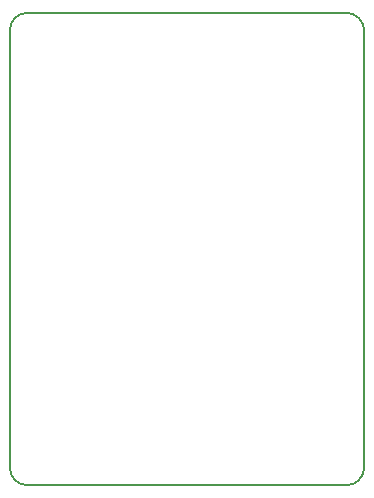
<source format=gm1>
G04 #@! TF.FileFunction,Profile,NP*
%FSLAX46Y46*%
G04 Gerber Fmt 4.6, Leading zero omitted, Abs format (unit mm)*
G04 Created by KiCad (PCBNEW 4.0.2+dfsg1-stable) date Fr 03 Aug 2018 15:40:32 CEST*
%MOMM*%
G01*
G04 APERTURE LIST*
%ADD10C,0.100000*%
%ADD11C,0.150000*%
G04 APERTURE END LIST*
D10*
D11*
X136500000Y-90000000D02*
G75*
G03X135000000Y-91500000I0J-1500000D01*
G01*
X165000000Y-91500000D02*
G75*
G03X163500000Y-90000000I-1500000J0D01*
G01*
X163500000Y-130000000D02*
G75*
G03X165000000Y-128500000I0J1500000D01*
G01*
X135000000Y-128500000D02*
G75*
G03X136500000Y-130000000I1500000J0D01*
G01*
X135000000Y-91500000D02*
X135000000Y-128500000D01*
X163500000Y-130000000D02*
X136500000Y-130000000D01*
X165000000Y-91500000D02*
X165000000Y-128500000D01*
X136500000Y-90000000D02*
X163500000Y-90000000D01*
M02*

</source>
